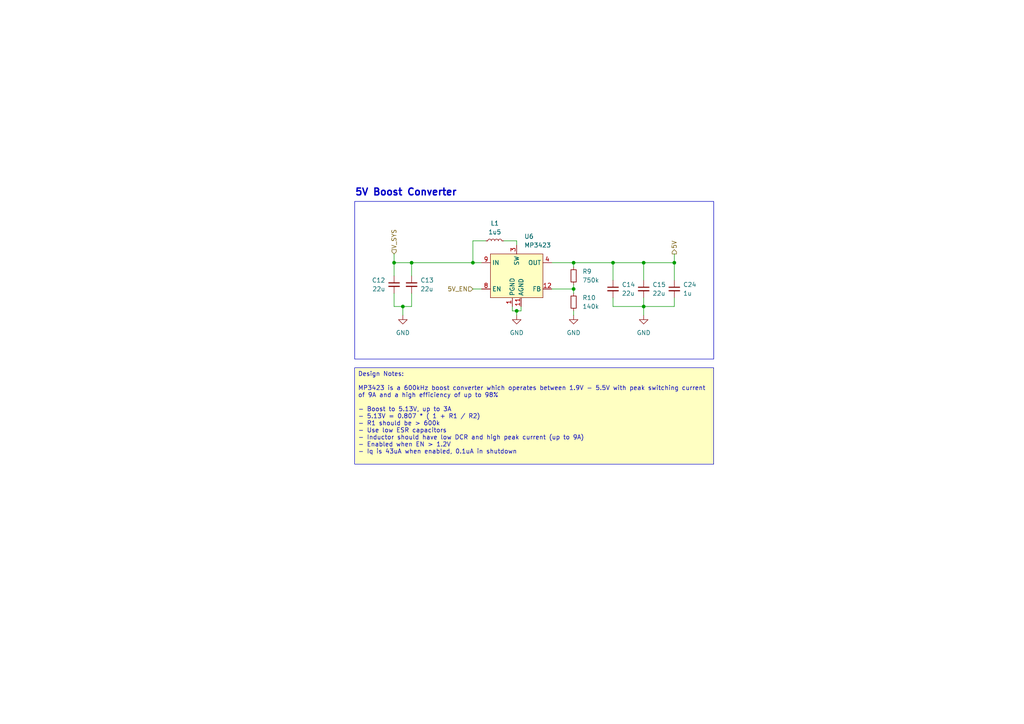
<source format=kicad_sch>
(kicad_sch (version 20231120) (generator "eeschema") (generator_version "8.0")
  (paper "A4")
  (title_block (title "${PROJECT_NAME}") (date "2024-12-01") (comment 1 "Designed by Gus Workman"))
  (lib_symbols
    (symbol "Device:C_Small" (pin_numbers hide) (pin_names (offset 0.254) hide)
      (property "Reference" "C" (at 0.254 1.778 0))
      (property "Value" "C_Small" (at 0.254 -2.032 0))
      (symbol "C_Small_0_1"
        (polyline (pts (xy -1.524 -0.508) (xy 1.524 -0.508)) (stroke (width 0.3302)))
        (polyline (pts (xy -1.524 0.508) (xy 1.524 0.508)) (stroke (width 0.3048)))
      )
      (symbol "C_Small_1_1"
        (pin passive line (at 0 2.54 270) (length 2.032) (name "~") (number "1"))
        (pin passive line (at 0 -2.54 90) (length 2.032) (name "~") (number "2"))
      )
    )
    (symbol "Device:L_Small" (pin_numbers hide) (pin_names (offset 0.254) hide)
      (property "Reference" "L" (at 0.762 1.016 0))
      (property "Value" "L_Small" (at 0.762 -1.016 0))
      (symbol "L_Small_0_1"
        (arc (start 0 -2.032) (mid 0.5058 -1.524) (end 0 -1.016))
        (arc (start 0 -1.016) (mid 0.5058 -0.508) (end 0 0))
        (arc (start 0 0) (mid 0.5058 0.508) (end 0 1.016))
        (arc (start 0 1.016) (mid 0.5058 1.524) (end 0 2.032))
      )
      (symbol "L_Small_1_1"
        (pin passive line (at 0 2.54 270) (length 0.508) (name "~") (number "1"))
        (pin passive line (at 0 -2.54 90) (length 0.508) (name "~") (number "2"))
      )
    )
    (symbol "Device:R_Small" (pin_numbers hide) (pin_names (offset 0.254) hide)
      (property "Reference" "R" (at 0.762 0.508 0))
      (property "Value" "R_Small" (at 0.762 -1.016 0))
      (symbol "R_Small_0_1"
        (rectangle (start -0.762 1.778) (end 0.762 -1.778) (stroke (width 0.2032)))
      )
      (symbol "R_Small_1_1"
        (pin passive line (at 0 2.54 270) (length 0.762) (name "~") (number "1"))
        (pin passive line (at 0 -2.54 90) (length 0.762) (name "~") (number "2"))
      )
    )
    (symbol "gworkman_power:MP3423"
      (property "Reference" "U" (at 3.81 8.89 0))
      (property "Value" "MP3423" (at 7.62 -10.16 0))
      (symbol "MP3423_1_0"
        (pin input line (at -10.16 -3.81 0) (length 2.54) (name "EN") (number "8"))
      )
      (symbol "MP3423_1_1"
        (rectangle (start -7.62 6.35) (end 7.62 -6.35) (fill (type background)))
        (pin power_in line (at -1.27 -8.89 90) (length 2.54) (name "PGND") (number "1"))
        (pin passive line (at -10.16 3.81 0) (length 2.54) hide (name "IN") (number "10"))
        (pin power_in line (at 1.27 -8.89 90) (length 2.54) (name "AGND") (number "11"))
        (pin bidirectional line (at 10.16 -3.81 180) (length 2.54) (name "FB") (number "12"))
        (pin passive line (at -1.27 -8.89 90) (length 2.54) hide (name "PGND") (number "13"))
        (pin power_out line (at 0 8.89 270) (length 2.54) hide (name "SW") (number "14"))
        (pin passive line (at -1.27 -8.89 90) (length 2.54) hide (name "PGND") (number "2"))
        (pin power_out line (at 0 8.89 270) (length 2.54) (name "SW") (number "3"))
        (pin power_out line (at 10.16 3.81 180) (length 2.54) (name "OUT") (number "4"))
        (pin power_out line (at 10.16 3.81 180) (length 2.54) hide (name "OUT") (number "5"))
        (pin power_out line (at 10.16 3.81 180) (length 2.54) hide (name "OUT") (number "6"))
        (pin passive line (at -1.27 -8.89 90) (length 2.54) hide (name "NC") (number "7"))
        (pin power_in line (at -10.16 3.81 0) (length 2.54) (name "IN") (number "9"))
      )
    )
    (symbol "power:GND" (power) (pin_numbers hide) (pin_names (offset 0) hide)
      (property "Value" "GND" (at 0 -3.81 0))
      (symbol "GND_0_1"
        (polyline (pts (xy 0 0) (xy 0 -1.27) (xy 1.27 -1.27) (xy 0 -2.54) (xy -1.27 -1.27) (xy 0 -1.27)))
      )
      (symbol "GND_1_1"
        (pin power_in line (at 0 0 270) (length 0) (name "~") (number "1"))
      )
    )
  )
  (junction (at 114.3 76.2))
  (junction (at 186.69 88.9))
  (junction (at 119.38 76.2))
  (junction (at 149.86 90.17))
  (junction (at 186.69 76.2))
  (junction (at 166.37 83.82))
  (junction (at 166.37 76.2))
  (junction (at 137.16 76.2))
  (junction (at 116.84 88.9))
  (junction (at 195.58 76.2))
  (junction (at 177.8 76.2))
  (wire (pts (xy 119.38 76.2) (xy 114.3 76.2)))
  (wire (pts (xy 186.69 76.2) (xy 186.69 81.28)))
  (wire (pts (xy 119.38 85.09) (xy 119.38 88.9)))
  (wire (pts (xy 116.84 91.44) (xy 116.84 88.9)))
  (wire (pts (xy 149.86 69.85) (xy 149.86 71.12)))
  (wire (pts (xy 146.05 69.85) (xy 149.86 69.85)))
  (wire (pts (xy 186.69 86.36) (xy 186.69 88.9)))
  (wire (pts (xy 160.02 83.82) (xy 166.37 83.82)))
  (wire (pts (xy 177.8 76.2) (xy 186.69 76.2)))
  (wire (pts (xy 166.37 90.17) (xy 166.37 91.44)))
  (wire (pts (xy 177.8 76.2) (xy 177.8 81.28)))
  (wire (pts (xy 119.38 76.2) (xy 119.38 80.01)))
  (wire (pts (xy 166.37 76.2) (xy 166.37 77.47)))
  (wire (pts (xy 160.02 76.2) (xy 166.37 76.2)))
  (wire (pts (xy 195.58 88.9) (xy 195.58 86.36)))
  (wire (pts (xy 166.37 83.82) (xy 166.37 85.09)))
  (wire (pts (xy 186.69 88.9) (xy 186.69 91.44)))
  (wire (pts (xy 114.3 76.2) (xy 114.3 80.01)))
  (wire (pts (xy 166.37 82.55) (xy 166.37 83.82)))
  (wire (pts (xy 166.37 76.2) (xy 177.8 76.2)))
  (wire (pts (xy 119.38 76.2) (xy 137.16 76.2)))
  (wire (pts (xy 148.59 90.17) (xy 149.86 90.17)))
  (wire (pts (xy 114.3 88.9) (xy 114.3 85.09)))
  (wire (pts (xy 151.13 88.9) (xy 151.13 90.17)))
  (wire (pts (xy 116.84 88.9) (xy 119.38 88.9)))
  (wire (pts (xy 186.69 88.9) (xy 195.58 88.9)))
  (wire (pts (xy 137.16 76.2) (xy 137.16 69.85)))
  (wire (pts (xy 137.16 69.85) (xy 140.97 69.85)))
  (wire (pts (xy 137.16 76.2) (xy 139.7 76.2)))
  (wire (pts (xy 149.86 90.17) (xy 151.13 90.17)))
  (wire (pts (xy 148.59 90.17) (xy 148.59 88.9)))
  (wire (pts (xy 177.8 88.9) (xy 186.69 88.9)))
  (wire (pts (xy 195.58 73.66) (xy 195.58 76.2)))
  (wire (pts (xy 114.3 73.66) (xy 114.3 76.2)))
  (wire (pts (xy 137.16 83.82) (xy 139.7 83.82)))
  (wire (pts (xy 195.58 76.2) (xy 186.69 76.2)))
  (wire (pts (xy 177.8 88.9) (xy 177.8 86.36)))
  (wire (pts (xy 195.58 76.2) (xy 195.58 81.28)))
  (wire (pts (xy 149.86 91.44) (xy 149.86 90.17)))
  (wire (pts (xy 116.84 88.9) (xy 114.3 88.9)))
  (rectangle (start 102.87 58.42) (end 207.01 104.14))
  (text_box "Design Notes:\n\nMP3423 is a 600kHz boost converter which operates between 1.9V - 5.5V with peak switching current of 9A and a high efficiency of up to 98%\n\n- Boost to 5.13V, up to 3A\n- 5.13V = 0.807 * ( 1 + R1 / R2)\n- R1 should be > 600k\n- Use low ESR capacitors\n- Inductor should have low DCR and high peak current (up to 9A)\n- Enabled when EN > 1.2V\n- Iq is 43uA when enabled, 0.1uA in shutdown" (at 102.87 106.68 0) (size 104.14 27.94) (fill (type color) (color 255 255 194 1)) (effects (font (size 1.27 1.27)) (justify left top)))
  (text "5V Boost Converter" (at 102.87 55.88 0) (effects (font (size 2 2) (thickness 0.4) (bold yes)) (justify left)))
  (hierarchical_label "5V" (shape output) (at 195.58 73.66 90))
  (hierarchical_label "V_SYS" (shape input) (at 114.3 73.66 90))
  (hierarchical_label "5V_EN" (shape input) (at 137.16 83.82 180) (effects (font (thickness 0.1588))))
  (symbol (lib_id "power:GND") (at 166.37 91.44 0) (unit 1)
    (property "Reference" "#PWR045" (effects (hide yes)))
    (property "Value" "GND" (at 166.37 96.52 0))
    (property "Description" "Power symbol creates a global label with name \"GND\" , ground" (effects (hide yes)))
  )
  (symbol (lib_id "Device:C_Small") (at 114.3 82.55 0) (mirror y) (unit 1)
    (property "Reference" "C12" (at 111.76 81.2862 0) (effects (justify left)))
    (property "Value" "22u" (at 111.76 83.8262 0) (effects (justify left)))
    (property "Footprint" "Capacitor_SMD:C_0805_2012Metric" (effects (hide yes)))
    (property "Description" "22uF 0804 ceramic capacitor, low ESR (X5R or X7R)" (effects (hide yes)))
    (property "LCSC" "C98190" (effects (hide yes)))
    (property "DigiKey" "1276-2909-1-ND" (effects (hide yes)))
    (property "MPN" "CL21A226MOQNNNE" (effects (hide yes)))
  )
  (symbol (lib_id "Device:C_Small") (at 119.38 82.55 0) (unit 1)
    (property "Reference" "C13" (at 121.92 81.2862 0) (effects (justify left)))
    (property "Value" "22u" (at 121.92 83.8262 0) (effects (justify left)))
    (property "Footprint" "Capacitor_SMD:C_0805_2012Metric" (effects (hide yes)))
    (property "Description" "22uF 0804 ceramic capacitor, low ESR (X5R or X7R)" (effects (hide yes)))
    (property "LCSC" "C98190" (effects (hide yes)))
    (property "DigiKey" "1276-2909-1-ND" (effects (hide yes)))
    (property "MPN" "CL21A226MOQNNNE" (effects (hide yes)))
  )
  (symbol (lib_id "Device:C_Small") (at 186.69 83.82 0) (unit 1)
    (property "Reference" "C15" (at 189.23 82.5562 0) (effects (justify left)))
    (property "Value" "22u" (at 189.23 85.0962 0) (effects (justify left)))
    (property "Footprint" "Capacitor_SMD:C_0805_2012Metric" (effects (hide yes)))
    (property "Description" "22uF 0804 ceramic capacitor, low ESR (X5R or X7R)" (effects (hide yes)))
    (property "LCSC" "C98190" (effects (hide yes)))
    (property "DigiKey" "1276-2909-1-ND" (effects (hide yes)))
    (property "MPN" "CL21A226MOQNNNE" (effects (hide yes)))
  )
  (symbol (lib_id "power:GND") (at 116.84 91.44 0) (unit 1)
    (property "Reference" "#PWR043" (effects (hide yes)))
    (property "Value" "GND" (at 116.84 96.52 0))
    (property "Description" "Power symbol creates a global label with name \"GND\" , ground" (effects (hide yes)))
  )
  (symbol (lib_id "gworkman_power:MP3423") (at 149.86 80.01 0) (unit 1)
    (property "Reference" "U6" (at 152.0541 68.58 0) (effects (justify left)))
    (property "Value" "MP3423" (at 152.0541 71.12 0) (effects (justify left)))
    (property "Footprint" "gworkman_power:MPS_PowerQFN-14_2x2mm" (effects (hide yes)))
    (property "Datasheet" "https://www.monolithicpower.com/en/documentview/productdocument/index/version/2/document_type/Datasheet/lang/en/sku/MP3423/document_id/1159" (effects (hide yes)))
    (property "Description" "High-efficiency step-up converter, 1.9-5.5V input, 5V output, 3.1A load, 98% efficiency" (effects (hide yes)))
    (property "MPN" "MP3423GG-Z" (effects (hide yes)))
    (property "DigiKey" "1589-1642-1-ND" (effects (hide yes)))
    (property "LCSC" "C2682483" (effects (hide yes)))
  )
  (symbol (lib_id "Device:L_Small") (at 143.51 69.85 90) (unit 1)
    (property "Reference" "L1" (at 143.51 64.77 90))
    (property "Value" "1u5" (at 143.51 67.31 90))
    (property "Footprint" "gworkman_device:L_Vishay_IHLP-2525" (effects (hide yes)))
    (property "Description" "1.5uH inductor, 9A, low DCR, 2525 footprint" (effects (hide yes)))
    (property "MPN" "IHLP2525CZER1R5M01" (effects (hide yes)))
    (property "DigiKey" "541-1007-1-ND" (effects (hide yes)))
    (property "LCSC" "C845020" (effects (hide yes)))
  )
  (symbol (lib_id "Device:C_Small") (at 177.8 83.82 0) (unit 1)
    (property "Reference" "C14" (at 180.34 82.5562 0) (effects (justify left)))
    (property "Value" "22u" (at 180.34 85.0962 0) (effects (justify left)))
    (property "Footprint" "Capacitor_SMD:C_0805_2012Metric" (effects (hide yes)))
    (property "Description" "22uF 0804 ceramic capacitor, low ESR (X5R or X7R)" (effects (hide yes)))
    (property "LCSC" "C98190" (effects (hide yes)))
    (property "DigiKey" "1276-2909-1-ND" (effects (hide yes)))
    (property "MPN" "CL21A226MOQNNNE" (effects (hide yes)))
  )
  (symbol (lib_id "Device:R_Small") (at 166.37 87.63 0) (unit 1)
    (property "Reference" "R10" (at 168.91 86.3599 0) (effects (justify left)))
    (property "Value" "140k" (at 168.91 88.8999 0) (effects (justify left)))
    (property "Footprint" "Resistor_SMD:R_0402_1005Metric" (effects (hide yes)))
    (property "Description" "generic 0603 resistor, 1/10W, 1%" (effects (hide yes)))
    (property "LCSC" "C114151" (effects (hide yes)))
    (property "DigiKey" "YAG2978CT-ND" (effects (hide yes)))
    (property "MPN" "RC0402FR-07140KL" (effects (hide yes)))
  )
  (symbol (lib_id "Device:R_Small") (at 166.37 80.01 0) (unit 1)
    (property "Reference" "R9" (at 168.91 78.7399 0) (effects (justify left)))
    (property "Value" "750k" (at 168.91 81.2799 0) (effects (justify left)))
    (property "Footprint" "Resistor_SMD:R_0402_1005Metric" (effects (hide yes)))
    (property "Description" "generic 0603 resistor, 1/10W, 1%" (effects (hide yes)))
    (property "LCSC" "C137937" (effects (hide yes)))
    (property "DigiKey" "YAG3228CT-ND" (effects (hide yes)))
    (property "MPN" "RC0402FR-07750KL" (effects (hide yes)))
  )
  (symbol (lib_id "power:GND") (at 149.86 91.44 0) (unit 1)
    (property "Reference" "#PWR044" (effects (hide yes)))
    (property "Value" "GND" (at 149.86 96.52 0))
    (property "Description" "Power symbol creates a global label with name \"GND\" , ground" (effects (hide yes)))
  )
  (symbol (lib_id "power:GND") (at 186.69 91.44 0) (unit 1)
    (property "Reference" "#PWR046" (effects (hide yes)))
    (property "Value" "GND" (at 186.69 96.52 0))
    (property "Description" "Power symbol creates a global label with name \"GND\" , ground" (effects (hide yes)))
  )
  (symbol (lib_id "Device:C_Small") (at 195.58 83.82 0) (unit 1)
    (property "Reference" "C24" (at 198.12 82.5562 0) (effects (justify left)))
    (property "Value" "1u" (at 198.12 85.0962 0) (effects (justify left)))
    (property "Footprint" "Capacitor_SMD:C_0402_1005Metric" (effects (hide yes)))
    (property "Description" "generic 0603 capacitor, 10V, low ESR" (effects (hide yes)))
    (property "LCSC" "C29266" (effects (hide yes)))
    (property "DigiKey" "1276-1067-1-ND" (effects (hide yes)))
    (property "MPN" "CL05A105KO5NNNC" (effects (hide yes)))
  )
)
</source>
